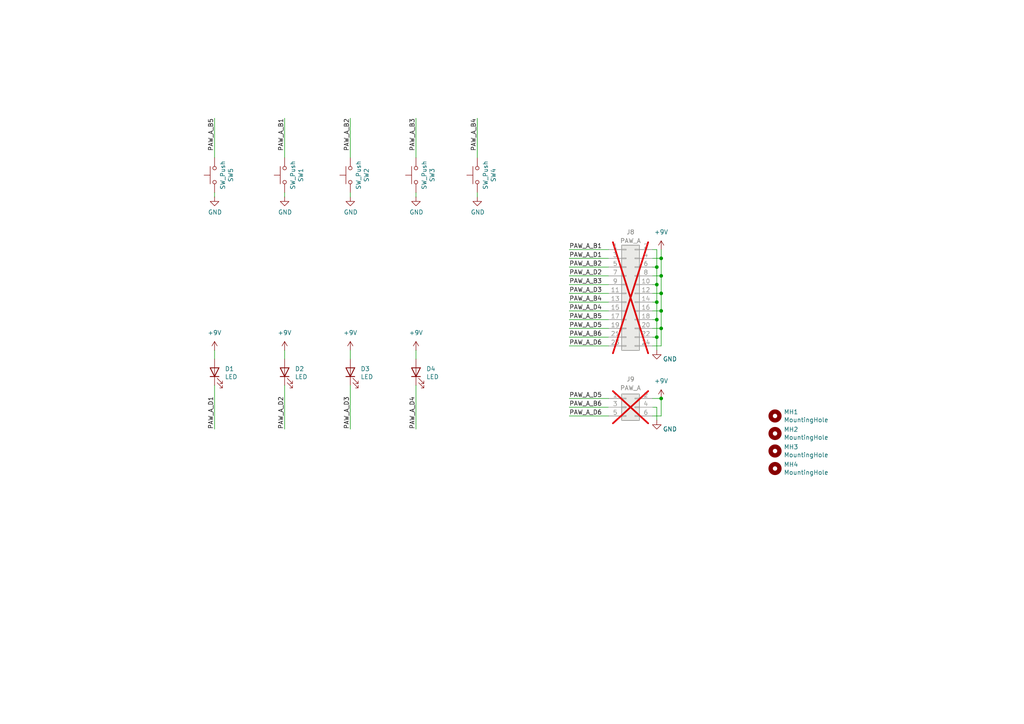
<source format=kicad_sch>
(kicad_sch (version 20250114) (generator "eeschema") (generator_version "9.0")
  (paper "A4")
  (lib_symbols
    (symbol "Connector_Generic:Conn_02x03_Odd_Even" (pin_names (offset 1.016) (hide yes))
      (property "Reference" "J" (at 1.27 5.08 0))
      (property "Value" "Conn_02x03_Odd_Even" (at 1.27 -5.08 0))
      (symbol "Conn_02x03_Odd_Even_1_1"
        (rectangle (start -1.27 3.81) (end 3.81 -3.81) (stroke (width 0.254)) (fill (type background)))
        (rectangle (start -1.27 2.667) (end 0 2.413) (stroke (width 0.1524)))
        (rectangle (start -1.27 0.127) (end 0 -0.127) (stroke (width 0.1524)))
        (rectangle (start -1.27 -2.413) (end 0 -2.667) (stroke (width 0.1524)))
        (rectangle (start 3.81 2.667) (end 2.54 2.413) (stroke (width 0.1524)))
        (rectangle (start 3.81 0.127) (end 2.54 -0.127) (stroke (width 0.1524)))
        (rectangle (start 3.81 -2.413) (end 2.54 -2.667) (stroke (width 0.1524)))
        (pin passive line (at -5.08 2.54 0) (length 3.81) (name "Pin_1") (number "1"))
        (pin passive line (at -5.08 0 0) (length 3.81) (name "Pin_3") (number "3"))
        (pin passive line (at -5.08 -2.54 0) (length 3.81) (name "Pin_5") (number "5"))
        (pin passive line (at 7.62 2.54 180) (length 3.81) (name "Pin_2") (number "2"))
        (pin passive line (at 7.62 0 180) (length 3.81) (name "Pin_4") (number "4"))
        (pin passive line (at 7.62 -2.54 180) (length 3.81) (name "Pin_6") (number "6"))
      )
    )
    (symbol "Connector_Generic:Conn_02x12_Odd_Even" (pin_names (offset 1.016) (hide yes))
      (property "Reference" "J" (at 1.27 15.24 0))
      (property "Value" "Conn_02x12_Odd_Even" (at 1.27 -17.78 0))
      (symbol "Conn_02x12_Odd_Even_1_1"
        (rectangle (start -1.27 13.97) (end 3.81 -16.51) (stroke (width 0.254)) (fill (type background)))
        (rectangle (start -1.27 12.827) (end 0 12.573) (stroke (width 0.1524)))
        (rectangle (start -1.27 10.287) (end 0 10.033) (stroke (width 0.1524)))
        (rectangle (start -1.27 7.747) (end 0 7.493) (stroke (width 0.1524)))
        (rectangle (start -1.27 5.207) (end 0 4.953) (stroke (width 0.1524)))
        (rectangle (start -1.27 2.667) (end 0 2.413) (stroke (width 0.1524)))
        (rectangle (start -1.27 0.127) (end 0 -0.127) (stroke (width 0.1524)))
        (rectangle (start -1.27 -2.413) (end 0 -2.667) (stroke (width 0.1524)))
        (rectangle (start -1.27 -4.953) (end 0 -5.207) (stroke (width 0.1524)))
        (rectangle (start -1.27 -7.493) (end 0 -7.747) (stroke (width 0.1524)))
        (rectangle (start -1.27 -10.033) (end 0 -10.287) (stroke (width 0.1524)))
        (rectangle (start -1.27 -12.573) (end 0 -12.827) (stroke (width 0.1524)))
        (rectangle (start -1.27 -15.113) (end 0 -15.367) (stroke (width 0.1524)))
        (rectangle (start 3.81 12.827) (end 2.54 12.573) (stroke (width 0.1524)))
        (rectangle (start 3.81 10.287) (end 2.54 10.033) (stroke (width 0.1524)))
        (rectangle (start 3.81 7.747) (end 2.54 7.493) (stroke (width 0.1524)))
        (rectangle (start 3.81 5.207) (end 2.54 4.953) (stroke (width 0.1524)))
        (rectangle (start 3.81 2.667) (end 2.54 2.413) (stroke (width 0.1524)))
        (rectangle (start 3.81 0.127) (end 2.54 -0.127) (stroke (width 0.1524)))
        (rectangle (start 3.81 -2.413) (end 2.54 -2.667) (stroke (width 0.1524)))
        (rectangle (start 3.81 -4.953) (end 2.54 -5.207) (stroke (width 0.1524)))
        (rectangle (start 3.81 -7.493) (end 2.54 -7.747) (stroke (width 0.1524)))
        (rectangle (start 3.81 -10.033) (end 2.54 -10.287) (stroke (width 0.1524)))
        (rectangle (start 3.81 -12.573) (end 2.54 -12.827) (stroke (width 0.1524)))
        (rectangle (start 3.81 -15.113) (end 2.54 -15.367) (stroke (width 0.1524)))
        (pin passive line (at -5.08 12.7 0) (length 3.81) (name "Pin_1") (number "1"))
        (pin passive line (at -5.08 10.16 0) (length 3.81) (name "Pin_3") (number "3"))
        (pin passive line (at -5.08 7.62 0) (length 3.81) (name "Pin_5") (number "5"))
        (pin passive line (at -5.08 5.08 0) (length 3.81) (name "Pin_7") (number "7"))
        (pin passive line (at -5.08 2.54 0) (length 3.81) (name "Pin_9") (number "9"))
        (pin passive line (at -5.08 0 0) (length 3.81) (name "Pin_11") (number "11"))
        (pin passive line (at -5.08 -2.54 0) (length 3.81) (name "Pin_13") (number "13"))
        (pin passive line (at -5.08 -5.08 0) (length 3.81) (name "Pin_15") (number "15"))
        (pin passive line (at -5.08 -7.62 0) (length 3.81) (name "Pin_17") (number "17"))
        (pin passive line (at -5.08 -10.16 0) (length 3.81) (name "Pin_19") (number "19"))
        (pin passive line (at -5.08 -12.7 0) (length 3.81) (name "Pin_21") (number "21"))
        (pin passive line (at -5.08 -15.24 0) (length 3.81) (name "Pin_23") (number "23"))
        (pin passive line (at 7.62 12.7 180) (length 3.81) (name "Pin_2") (number "2"))
        (pin passive line (at 7.62 10.16 180) (length 3.81) (name "Pin_4") (number "4"))
        (pin passive line (at 7.62 7.62 180) (length 3.81) (name "Pin_6") (number "6"))
        (pin passive line (at 7.62 5.08 180) (length 3.81) (name "Pin_8") (number "8"))
        (pin passive line (at 7.62 2.54 180) (length 3.81) (name "Pin_10") (number "10"))
        (pin passive line (at 7.62 0 180) (length 3.81) (name "Pin_12") (number "12"))
        (pin passive line (at 7.62 -2.54 180) (length 3.81) (name "Pin_14") (number "14"))
        (pin passive line (at 7.62 -5.08 180) (length 3.81) (name "Pin_16") (number "16"))
        (pin passive line (at 7.62 -7.62 180) (length 3.81) (name "Pin_18") (number "18"))
        (pin passive line (at 7.62 -10.16 180) (length 3.81) (name "Pin_20") (number "20"))
        (pin passive line (at 7.62 -12.7 180) (length 3.81) (name "Pin_22") (number "22"))
        (pin passive line (at 7.62 -15.24 180) (length 3.81) (name "Pin_24") (number "24"))
      )
    )
    (symbol "Device:LED" (pin_numbers (hide yes)) (pin_names (offset 1.016) (hide yes))
      (property "Reference" "D" (at 0 2.54 0))
      (property "Value" "LED" (at 0 -2.54 0))
      (symbol "LED_0_1"
        (polyline (pts (xy -3.048 -0.762) (xy -4.572 -2.286) (xy -3.81 -2.286) (xy -4.572 -2.286) (xy -4.572 -1.524)))
        (polyline (pts (xy -1.778 -0.762) (xy -3.302 -2.286) (xy -2.54 -2.286) (xy -3.302 -2.286) (xy -3.302 -1.524)))
        (polyline (pts (xy -1.27 0) (xy 1.27 0)))
        (polyline (pts (xy -1.27 -1.27) (xy -1.27 1.27)) (stroke (width 0.254)))
        (polyline (pts (xy 1.27 -1.27) (xy 1.27 1.27) (xy -1.27 0) (xy 1.27 -1.27)) (stroke (width 0.254)))
      )
      (symbol "LED_1_1"
        (pin passive line (at -3.81 0 0) (length 2.54) (name "K") (number "1"))
        (pin passive line (at 3.81 0 180) (length 2.54) (name "A") (number "2"))
      )
    )
    (symbol "Mechanical:MountingHole" (pin_names (offset 1.016)) (exclude_from_sim yes) (in_bom no)
      (property "Reference" "H" (at 0 5.08 0))
      (property "Value" "MountingHole" (at 0 3.175 0))
      (symbol "MountingHole_0_1"
        (circle (center 0 0) (radius 1.27) (stroke (width 1.27)))
      )
    )
    (symbol "Switch:SW_Push" (pin_numbers (hide yes)) (pin_names (offset 1.016) (hide yes))
      (property "Reference" "SW" (at 1.27 2.54 0))
      (property "Value" "SW_Push" (at 0 -1.524 0))
      (symbol "SW_Push_0_1"
        (circle (center -2.032 0) (radius 0.508))
        (polyline (pts (xy 0 1.27) (xy 0 3.048)))
        (circle (center 2.032 0) (radius 0.508))
        (polyline (pts (xy 2.54 1.27) (xy -2.54 1.27)))
        (pin passive line (at -5.08 0 0) (length 2.54) (name "1") (number "1"))
        (pin passive line (at 5.08 0 180) (length 2.54) (name "2") (number "2"))
      )
    )
    (symbol "power:+9V" (power) (pin_numbers (hide yes)) (pin_names (offset 0) (hide yes))
      (property "Value" "+9V" (at 0 3.556 0))
      (symbol "+9V_0_1"
        (polyline (pts (xy -0.762 1.27) (xy 0 2.54)))
        (polyline (pts (xy 0 2.54) (xy 0.762 1.27)))
        (polyline (pts (xy 0 0) (xy 0 2.54)))
      )
      (symbol "+9V_1_1"
        (pin power_in line (at 0 0 90) (length 0) (name "~") (number "1"))
      )
    )
    (symbol "power:GND" (power) (pin_numbers (hide yes)) (pin_names (offset 0) (hide yes))
      (property "Value" "GND" (at 0 -3.81 0))
      (symbol "GND_0_1"
        (polyline (pts (xy 0 0) (xy 0 -1.27) (xy 1.27 -1.27) (xy 0 -2.54) (xy -1.27 -1.27) (xy 0 -1.27)))
      )
      (symbol "GND_1_1"
        (pin power_in line (at 0 0 270) (length 0) (name "~") (number "1"))
      )
    )
  )
  (junction (at 190.5 92.71))
  (junction (at 191.77 90.17))
  (junction (at 191.77 115.57))
  (junction (at 190.5 87.63))
  (junction (at 190.5 97.79))
  (junction (at 190.5 82.55))
  (junction (at 191.77 85.09))
  (junction (at 191.77 95.25))
  (junction (at 191.77 80.01))
  (junction (at 191.77 74.93))
  (junction (at 190.5 77.47))
  (wire (pts (xy 190.5 97.79) (xy 190.5 101.6)))
  (wire (pts (xy 189.23 120.65) (xy 191.77 120.65)))
  (wire (pts (xy 189.23 118.11) (xy 190.5 118.11)))
  (wire (pts (xy 191.77 80.01) (xy 191.77 85.09)))
  (wire (pts (xy 189.23 72.39) (xy 190.5 72.39)))
  (wire (pts (xy 165.1 82.55) (xy 176.53 82.55)))
  (wire (pts (xy 190.5 77.47) (xy 190.5 82.55)))
  (wire (pts (xy 191.77 115.57) (xy 191.77 120.65)))
  (wire (pts (xy 165.1 115.57) (xy 176.53 115.57)))
  (wire (pts (xy 189.23 74.93) (xy 191.77 74.93)))
  (wire (pts (xy 62.23 34.29) (xy 62.23 45.72)))
  (wire (pts (xy 165.1 97.79) (xy 176.53 97.79)))
  (wire (pts (xy 189.23 82.55) (xy 190.5 82.55)))
  (wire (pts (xy 165.1 120.65) (xy 176.53 120.65)))
  (wire (pts (xy 101.6 101.6) (xy 101.6 104.14)))
  (wire (pts (xy 190.5 82.55) (xy 190.5 87.63)))
  (wire (pts (xy 189.23 87.63) (xy 190.5 87.63)))
  (wire (pts (xy 82.55 34.29) (xy 82.55 45.72)))
  (wire (pts (xy 82.55 55.88) (xy 82.55 57.15)))
  (wire (pts (xy 190.5 118.11) (xy 190.5 121.92)))
  (wire (pts (xy 191.77 74.93) (xy 191.77 72.39)))
  (wire (pts (xy 138.43 34.29) (xy 138.43 45.72)))
  (wire (pts (xy 101.6 34.29) (xy 101.6 45.72)))
  (wire (pts (xy 82.55 111.76) (xy 82.55 124.46)))
  (wire (pts (xy 191.77 74.93) (xy 191.77 80.01)))
  (wire (pts (xy 120.65 111.76) (xy 120.65 124.46)))
  (wire (pts (xy 165.1 74.93) (xy 176.53 74.93)))
  (wire (pts (xy 191.77 95.25) (xy 191.77 100.33)))
  (wire (pts (xy 189.23 92.71) (xy 190.5 92.71)))
  (wire (pts (xy 189.23 80.01) (xy 191.77 80.01)))
  (wire (pts (xy 189.23 95.25) (xy 191.77 95.25)))
  (wire (pts (xy 189.23 115.57) (xy 191.77 115.57)))
  (wire (pts (xy 62.23 111.76) (xy 62.23 124.46)))
  (wire (pts (xy 101.6 55.88) (xy 101.6 57.15)))
  (wire (pts (xy 165.1 100.33) (xy 176.53 100.33)))
  (wire (pts (xy 165.1 87.63) (xy 176.53 87.63)))
  (wire (pts (xy 189.23 85.09) (xy 191.77 85.09)))
  (wire (pts (xy 165.1 85.09) (xy 176.53 85.09)))
  (wire (pts (xy 62.23 101.6) (xy 62.23 104.14)))
  (wire (pts (xy 165.1 90.17) (xy 176.53 90.17)))
  (wire (pts (xy 165.1 92.71) (xy 176.53 92.71)))
  (wire (pts (xy 120.65 101.6) (xy 120.65 104.14)))
  (wire (pts (xy 165.1 95.25) (xy 176.53 95.25)))
  (wire (pts (xy 189.23 77.47) (xy 190.5 77.47)))
  (wire (pts (xy 190.5 92.71) (xy 190.5 97.79)))
  (wire (pts (xy 189.23 100.33) (xy 191.77 100.33)))
  (wire (pts (xy 191.77 85.09) (xy 191.77 90.17)))
  (wire (pts (xy 82.55 101.6) (xy 82.55 104.14)))
  (wire (pts (xy 165.1 80.01) (xy 176.53 80.01)))
  (wire (pts (xy 191.77 90.17) (xy 191.77 95.25)))
  (wire (pts (xy 138.43 55.88) (xy 138.43 57.15)))
  (wire (pts (xy 165.1 118.11) (xy 176.53 118.11)))
  (wire (pts (xy 189.23 90.17) (xy 191.77 90.17)))
  (wire (pts (xy 120.65 55.88) (xy 120.65 57.15)))
  (wire (pts (xy 189.23 97.79) (xy 190.5 97.79)))
  (wire (pts (xy 120.65 34.29) (xy 120.65 45.72)))
  (wire (pts (xy 190.5 72.39) (xy 190.5 77.47)))
  (wire (pts (xy 190.5 87.63) (xy 190.5 92.71)))
  (wire (pts (xy 165.1 72.39) (xy 176.53 72.39)))
  (wire (pts (xy 62.23 55.88) (xy 62.23 57.15)))
  (wire (pts (xy 165.1 77.47) (xy 176.53 77.47)))
  (wire (pts (xy 101.6 111.76) (xy 101.6 124.46)))
  (label "PAW_A_D1" (at 165.1 74.93 0))
  (label "PAW_A_B3" (at 165.1 82.55 0))
  (label "PAW_A_D1" (at 62.23 124.46 90))
  (label "PAW_A_D2" (at 165.1 80.01 0))
  (label "PAW_A_B2" (at 165.1 77.47 0))
  (label "PAW_A_D4" (at 165.1 90.17 0))
  (label "PAW_A_B1" (at 82.55 34.29 270))
  (label "PAW_A_B3" (at 120.65 34.29 270))
  (label "PAW_A_D6" (at 165.1 120.65 0))
  (label "PAW_A_B6" (at 165.1 97.79 0))
  (label "PAW_A_B2" (at 101.6 34.29 270))
  (label "PAW_A_D5" (at 165.1 115.57 0))
  (label "PAW_A_D3" (at 165.1 85.09 0))
  (label "PAW_A_D5" (at 165.1 95.25 0))
  (label "PAW_A_B1" (at 165.1 72.39 0))
  (label "PAW_A_B5" (at 62.23 34.29 270))
  (label "PAW_A_B4" (at 165.1 87.63 0))
  (label "PAW_A_D2" (at 82.55 124.46 90))
  (label "PAW_A_B5" (at 165.1 92.71 0))
  (label "PAW_A_B6" (at 165.1 118.11 0))
  (label "PAW_A_D4" (at 120.65 124.46 90))
  (label "PAW_A_B4" (at 138.43 34.29 270))
  (label "PAW_A_D3" (at 101.6 124.46 90))
  (label "PAW_A_D6" (at 165.1 100.33 0))
  (symbol (lib_id "Switch:SW_Push") (at 62.23 50.8 90) (unit 1)
    (property "Reference" "SW5" (at 66.929 50.8 0))
    (property "Value" "SW_Push" (at 64.6176 50.8 0))
    (property "Footprint" "Button_Switch_THT:SW_PUSH_6mm" (effects (hide yes)))
  )
  (symbol (lib_id "power:GND") (at 62.23 57.15 0) (unit 1)
    (property "Reference" "#PWR0102" (effects (hide yes)))
    (property "Value" "GND" (at 62.357 61.5442 0))
  )
  (symbol (lib_id "Device:LED") (at 120.65 107.95 90) (unit 1)
    (property "Reference" "D4" (at 123.6218 106.9848 90) (effects (justify right)))
    (property "Value" "LED" (at 123.6218 109.2962 90) (effects (justify right)))
    (property "Footprint" "LED_THT:LED_D3.0mm" (effects (hide yes)))
  )
  (symbol (lib_id "Switch:SW_Push") (at 138.43 50.8 90) (unit 1)
    (property "Reference" "SW4" (at 143.129 50.8 0))
    (property "Value" "SW_Push" (at 140.8176 50.8 0))
    (property "Footprint" "Button_Switch_THT:SW_PUSH_6mm" (effects (hide yes)))
  )
  (symbol (lib_id "power:GND") (at 82.55 57.15 0) (unit 1)
    (property "Reference" "#PWR0106" (effects (hide yes)))
    (property "Value" "GND" (at 82.677 61.5442 0))
  )
  (symbol (lib_id "Device:LED") (at 101.6 107.95 90) (unit 1)
    (property "Reference" "D3" (at 104.5718 106.9848 90) (effects (justify right)))
    (property "Value" "LED" (at 104.5718 109.2962 90) (effects (justify right)))
    (property "Footprint" "LED_THT:LED_D3.0mm" (effects (hide yes)))
  )
  (symbol (lib_id "Switch:SW_Push") (at 120.65 50.8 90) (unit 1)
    (property "Reference" "SW3" (at 125.349 50.8 0))
    (property "Value" "SW_Push" (at 123.0376 50.8 0))
    (property "Footprint" "Button_Switch_THT:SW_PUSH_6mm" (effects (hide yes)))
  )
  (symbol (lib_id "power:GND") (at 101.6 57.15 0) (unit 1)
    (property "Reference" "#PWR0109" (effects (hide yes)))
    (property "Value" "GND" (at 101.727 61.5442 0))
  )
  (symbol (lib_id "Device:LED") (at 82.55 107.95 90) (unit 1)
    (property "Reference" "D2" (at 85.5218 106.9848 90) (effects (justify right)))
    (property "Value" "LED" (at 85.5218 109.2962 90) (effects (justify right)))
    (property "Footprint" "LED_THT:LED_D3.0mm" (effects (hide yes)))
  )
  (symbol (lib_id "Switch:SW_Push") (at 101.6 50.8 90) (unit 1)
    (property "Reference" "SW2" (at 106.299 50.8 0))
    (property "Value" "SW_Push" (at 103.9876 50.8 0))
    (property "Footprint" "Button_Switch_THT:SW_PUSH_6mm" (effects (hide yes)))
  )
  (symbol (lib_id "power:GND") (at 120.65 57.15 0) (unit 1)
    (property "Reference" "#PWR0112" (effects (hide yes)))
    (property "Value" "GND" (at 120.777 61.5442 0))
  )
  (symbol (lib_id "Device:LED") (at 62.23 107.95 90) (unit 1)
    (property "Reference" "D1" (at 65.2018 106.9848 90) (effects (justify right)))
    (property "Value" "LED" (at 65.2018 109.2962 90) (effects (justify right)))
    (property "Footprint" "LED_THT:LED_D3.0mm" (effects (hide yes)))
  )
  (symbol (lib_id "Switch:SW_Push") (at 82.55 50.8 90) (unit 1)
    (property "Reference" "SW1" (at 87.249 50.8 0))
    (property "Value" "SW_Push" (at 84.9376 50.8 0))
    (property "Footprint" "Button_Switch_THT:SW_PUSH_6mm" (effects (hide yes)))
  )
  (symbol (lib_id "power:GND") (at 138.43 57.15 0) (unit 1)
    (property "Reference" "#PWR0114" (effects (hide yes)))
    (property "Value" "GND" (at 138.557 61.5442 0))
  )
  (symbol (lib_id "Mechanical:MountingHole") (at 224.79 120.65 0) (unit 1)
    (property "Reference" "MH1" (at 227.33 119.4816 0) (effects (justify left)))
    (property "Value" "MountingHole" (at 227.33 121.793 0) (effects (justify left)))
    (property "Footprint" "MountingHole:MountingHole_3.2mm_M3" (effects (hide yes)))
  )
  (symbol (lib_id "Mechanical:MountingHole") (at 224.79 130.81 0) (unit 1)
    (property "Reference" "MH3" (at 227.33 129.6416 0) (effects (justify left)))
    (property "Value" "MountingHole" (at 227.33 131.953 0) (effects (justify left)))
    (property "Footprint" "MountingHole:MountingHole_3.2mm_M3" (effects (hide yes)))
  )
  (symbol (lib_id "Mechanical:MountingHole") (at 224.79 135.89 0) (unit 1)
    (property "Reference" "MH4" (at 227.33 134.7216 0) (effects (justify left)))
    (property "Value" "MountingHole" (at 227.33 137.033 0) (effects (justify left)))
    (property "Footprint" "MountingHole:MountingHole_3.2mm_M3" (effects (hide yes)))
  )
  (symbol (lib_id "power:+9V") (at 191.77 72.39 0) (mirror y) (unit 1)
    (property "Reference" "#PWR054" (effects (hide yes)))
    (property "Value" "+9V" (at 191.77 67.31 0))
    (property "Description" "Power symbol creates a global label with name \"+9V\"" (effects (hide yes)))
  )
  (symbol (lib_id "Mechanical:MountingHole") (at 224.79 125.73 0) (unit 1)
    (property "Reference" "MH2" (at 227.33 124.5616 0) (effects (justify left)))
    (property "Value" "MountingHole" (at 227.33 126.873 0) (effects (justify left)))
    (property "Footprint" "MountingHole:MountingHole_3.2mm_M3" (effects (hide yes)))
  )
  (symbol (lib_id "Connector_Generic:Conn_02x03_Odd_Even") (at 181.61 118.11 0) (unit 1) (dnp yes)
    (property "Reference" "J9" (at 182.88 109.982 0))
    (property "Value" "PAW_A" (at 182.88 112.522 0))
    (property "Footprint" "Connector_PinHeader_2.54mm:PinHeader_2x03_P2.54mm_Vertical" (effects (hide yes)))
    (property "Description" "Generic connector, double row, 02x03, odd/even pin numbering scheme (row 1 odd numbers, row 2 even numbers), script generated (kicad-library-utils/schlib/autogen/connector/)" (effects (hide yes)))
    (property "JLCPCB Rotation Offset" "90" (effects (hide yes)))
  )
  (symbol (lib_id "power:+9V") (at 62.23 101.6 0) (mirror y) (unit 1)
    (property "Reference" "#PWR058" (effects (hide yes)))
    (property "Value" "+9V" (at 62.23 96.52 0))
    (property "Description" "Power symbol creates a global label with name \"+9V\"" (effects (hide yes)))
  )
  (symbol (lib_id "Connector_Generic:Conn_02x12_Odd_Even") (at 181.61 85.09 0) (unit 1) (dnp yes)
    (property "Reference" "J8" (at 182.88 67.31 0))
    (property "Value" "PAW_A" (at 182.88 69.85 0))
    (property "Footprint" "Connector_PinHeader_2.54mm:PinHeader_2x12_P2.54mm_Vertical" (effects (hide yes)))
    (property "JLCPCB Rotation Offset" "90" (effects (hide yes)))
  )
  (symbol (lib_id "power:GND") (at 190.5 121.92 0) (mirror y) (unit 1)
    (property "Reference" "#PWR053" (effects (hide yes)))
    (property "Value" "GND" (at 194.31 124.46 0))
  )
  (symbol (lib_id "power:+9V") (at 101.6 101.6 0) (mirror y) (unit 1)
    (property "Reference" "#PWR056" (effects (hide yes)))
    (property "Value" "+9V" (at 101.6 96.52 0))
    (property "Description" "Power symbol creates a global label with name \"+9V\"" (effects (hide yes)))
  )
  (symbol (lib_id "power:+9V") (at 82.55 101.6 0) (mirror y) (unit 1)
    (property "Reference" "#PWR057" (effects (hide yes)))
    (property "Value" "+9V" (at 82.55 96.52 0))
    (property "Description" "Power symbol creates a global label with name \"+9V\"" (effects (hide yes)))
  )
  (symbol (lib_id "power:GND") (at 190.5 101.6 0) (mirror y) (unit 1)
    (property "Reference" "#PWR052" (effects (hide yes)))
    (property "Value" "GND" (at 194.31 104.14 0))
  )
  (symbol (lib_id "power:+9V") (at 191.77 115.57 0) (mirror y) (unit 1)
    (property "Reference" "#PWR059" (effects (hide yes)))
    (property "Value" "+9V" (at 191.77 110.49 0))
    (property "Description" "Power symbol creates a global label with name \"+9V\"" (effects (hide yes)))
  )
  (symbol (lib_id "power:+9V") (at 120.65 101.6 0) (mirror y) (unit 1)
    (property "Reference" "#PWR055" (effects (hide yes)))
    (property "Value" "+9V" (at 120.65 96.52 0))
    (property "Description" "Power symbol creates a global label with name \"+9V\"" (effects (hide yes)))
  )
)
</source>
